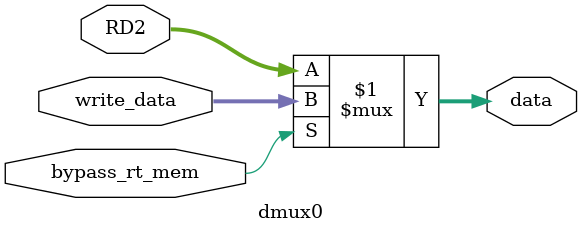
<source format=v>

module bmux0(input [31:0] RD1,
                 input [31:0] mem_data,
                 input [31:0] write_data,
                 output reg [31:0] cmp0,
                 input [1:0] bypass_rs_b);
    always @(*)
    begin
        case(bypass_rs_b)
            0:
            begin
                cmp0 = RD1;
            end
            1:
            begin
                cmp0 = mem_data;
            end
            2:
            begin
                cmp0 = write_data;
            end
        endcase
    end

endmodule

module bmux1(
        input [31:0] RD2, input [31:0] mem_data, input [31:0] write_data,
        output reg [31:0] cmp1,
        input [1:0] bypass_rt_b
    );
    always @(*)
    begin
        case(bypass_rt_b)
            0:
                cmp1 = RD2;
            1:
                cmp1 = mem_data;
            2:
                cmp1 = write_data;
        endcase
    end

endmodule

module jmux0(
        input [31:
               0] RD1,
        input [31:
               0] pc_plus8E,
        input [31:
               0] mem_data,
        input [31:
               0] write_data,

        output reg [31:
                    0] jrAddr,
        input [1:
               0] bypass_rs_jr
    );
    always @(*)
    begin
        case(bypass_rs_jr)
            0:
                jrAddr = RD1;
            1:
                jrAddr = pc_plus8E;
            2:
                jrAddr = mem_data;
            3:
                jrAddr = write_data;
        endcase
    end

endmodule


module jmux1(
        input [31:0] RD2,
        input [31:0] pc_plus8E,
        input [31:0] mem_data,
        input [31:0] write_data,

        output reg [31:0] ji_Addr,
        input [1:0] bypass_rt_ji
    );
    always @(*)
    begin
        case(bypass_rt_ji)
            0:
                ji_Addr = RD2;
            1:
                ji_Addr = pc_plus8E;
            2:
                ji_Addr = mem_data;
            3:
                ji_Addr = write_data;
        endcase
    end

endmodule

module amux0(
        input [31:0] RD1, input [31:0] mem_data,
        input [31:0] write_data,
        output reg [31:0] sel_RD1,
        input [1:0] bypass_rs_alu
    );
    always@(*)
    begin
        case(bypass_rs_alu)
            0:
                sel_RD1 = RD1;
            1:
                sel_RD1 = mem_data;
            2:
                sel_RD1 = write_data;
        endcase
    end

endmodule

module amux1(
        input [31:0] RD2, input [31:0] mem_data,
        input [31:0] write_data,
        output reg [31:0] sel_RD2,
        input [1:0] bypass_rt_alu
    );
    always@(*)
    begin
        case(bypass_rt_alu)
            0:
                sel_RD2 = RD2;
            1:
                sel_RD2 = mem_data;
            2:
                sel_RD2 = write_data;
        endcase
    end

endmodule

module dmux0(
        input [31:0] RD2, input [31:0] write_data,
        output  [31:0] data,

        input bypass_rt_mem
    );
    assign data = bypass_rt_mem ? write_data : RD2;

endmodule

</source>
